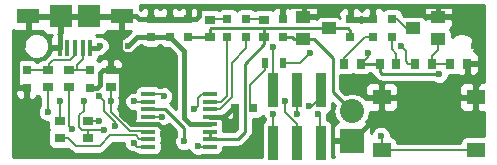
<source format=gtl>
G04 #@! TF.FileFunction,Copper,L1,Top,Signal*
%FSLAX46Y46*%
G04 Gerber Fmt 4.6, Leading zero omitted, Abs format (unit mm)*
G04 Created by KiCad (PCBNEW (2015-08-18 BZR 6103)-product) date Wednesday, 26 August 2015 13:48:05*
%MOMM*%
G01*
G04 APERTURE LIST*
%ADD10C,0.150000*%
%ADD11R,1.200000X0.400000*%
%ADD12R,0.750000X0.800000*%
%ADD13R,0.400000X1.350000*%
%ADD14R,1.900000X1.300000*%
%ADD15R,1.900000X1.900000*%
%ADD16R,1.550000X1.300000*%
%ADD17R,0.890000X3.000000*%
%ADD18R,2.032000X2.032000*%
%ADD19O,2.032000X2.032000*%
%ADD20R,0.800000X0.900000*%
%ADD21R,0.900000X0.800000*%
%ADD22R,0.797560X0.797560*%
%ADD23R,1.200000X1.016000*%
%ADD24R,0.500000X0.900000*%
%ADD25C,0.600000*%
%ADD26C,0.177800*%
%ADD27C,0.381000*%
%ADD28C,0.254000*%
%ADD29C,0.250000*%
G04 APERTURE END LIST*
D10*
D11*
X112000000Y-108077500D03*
X112000000Y-108712500D03*
X112000000Y-109347500D03*
X112000000Y-109982500D03*
X112000000Y-110617500D03*
X112000000Y-111252500D03*
X112000000Y-111887500D03*
X112000000Y-112522500D03*
X117200000Y-112522500D03*
X117200000Y-111887500D03*
X117200000Y-111252500D03*
X117200000Y-110617500D03*
X117200000Y-109982500D03*
X117200000Y-109347500D03*
X117200000Y-108712500D03*
X117200000Y-108077500D03*
D12*
X129100000Y-103250000D03*
X129100000Y-101750000D03*
X123400000Y-103250000D03*
X123400000Y-101750000D03*
X112200000Y-103250000D03*
X112200000Y-101750000D03*
X113800000Y-103250000D03*
X113800000Y-101750000D03*
X101700000Y-106030000D03*
X101700000Y-107530000D03*
X107034000Y-106030000D03*
X107034000Y-107530000D03*
X115400000Y-103250000D03*
X115400000Y-101750000D03*
D13*
X105150000Y-104175000D03*
X106450000Y-104175000D03*
X105800000Y-104175000D03*
X107100000Y-104175000D03*
X104500000Y-104175000D03*
D14*
X101850000Y-101500000D03*
D15*
X104600000Y-101500000D03*
X107000000Y-101500000D03*
D14*
X109750000Y-101500000D03*
D16*
X131761000Y-112840000D03*
X131761000Y-108340000D03*
X139711000Y-112840000D03*
X139711000Y-108340000D03*
D17*
X126600000Y-112250000D03*
X126600000Y-107750000D03*
X124600000Y-112250000D03*
X124600000Y-107750000D03*
X122600000Y-107750000D03*
X122600000Y-112250000D03*
D18*
X129250000Y-112050000D03*
D19*
X129250000Y-109510000D03*
D20*
X131585000Y-105500000D03*
X133015000Y-105500000D03*
X130015000Y-105500000D03*
X128585000Y-105500000D03*
D21*
X121800000Y-103215000D03*
X121800000Y-101785000D03*
X117200000Y-103215000D03*
X117200000Y-101785000D03*
D20*
X134585000Y-105500000D03*
X136015000Y-105500000D03*
X137585000Y-105500000D03*
X139015000Y-105500000D03*
D21*
X104494000Y-111813000D03*
X104494000Y-110383000D03*
X106907000Y-110383000D03*
X106907000Y-111813000D03*
X105256000Y-106065000D03*
X105256000Y-107495000D03*
X103478000Y-106065000D03*
X103478000Y-107495000D03*
X108812000Y-107495000D03*
X108812000Y-106065000D03*
D22*
X131000000Y-103249300D03*
X131000000Y-101750700D03*
X132600000Y-103249300D03*
X132600000Y-101750700D03*
X118700000Y-101750700D03*
X118700000Y-103249300D03*
X120300000Y-101750700D03*
X120300000Y-103249300D03*
D23*
X125140000Y-101550000D03*
X125140000Y-103450000D03*
X127260000Y-102500000D03*
X136560000Y-103450000D03*
X136560000Y-101550000D03*
X134440000Y-102500000D03*
D22*
X120878600Y-109220000D03*
X119380000Y-109220000D03*
D24*
X121920000Y-105410000D03*
X123420000Y-105410000D03*
D25*
X115900000Y-109375000D03*
X107800000Y-110400000D03*
X110800000Y-108700000D03*
X118575000Y-110400000D03*
X113225000Y-111500000D03*
X139600000Y-104000000D03*
X101400000Y-104000000D03*
X108812000Y-108685000D03*
X123600000Y-108625000D03*
X113300000Y-108250000D03*
X122550000Y-109750000D03*
X109175000Y-110775000D03*
X107850000Y-108250000D03*
X126350000Y-109750000D03*
X113182500Y-109982500D03*
X124600000Y-109775000D03*
X122528000Y-104113000D03*
X125600000Y-109050000D03*
X110300000Y-104000000D03*
X107900000Y-104000000D03*
X108250000Y-111125000D03*
X131700000Y-111600000D03*
X106526000Y-108685000D03*
X104500000Y-108700000D03*
X105575000Y-111075000D03*
X116250000Y-112500000D03*
X110750000Y-112200000D03*
X103475000Y-109600000D03*
X115025000Y-112075000D03*
X133400000Y-104000000D03*
X125730000Y-104566710D03*
X130613753Y-104566709D03*
X136600000Y-106400000D03*
D26*
X117200000Y-108712500D02*
X118187500Y-108712500D01*
X118700000Y-108200000D02*
X118700000Y-103249300D01*
X118187500Y-108712500D02*
X118700000Y-108200000D01*
X117384500Y-108812000D02*
X117321000Y-108748500D01*
X120300000Y-104212102D02*
X120300000Y-103249300D01*
X119055602Y-105456500D02*
X120300000Y-104212102D01*
X119055602Y-108347296D02*
X119055602Y-105456500D01*
X117200000Y-109347500D02*
X118055398Y-109347500D01*
X118055398Y-109347500D02*
X119055602Y-108347296D01*
X112000000Y-111887500D02*
X111256898Y-111887500D01*
X108794398Y-111580602D02*
X107875000Y-112500000D01*
X110950000Y-111580602D02*
X108794398Y-111580602D01*
X111256898Y-111887500D02*
X110950000Y-111580602D01*
X104494000Y-111813000D02*
X105163000Y-111813000D01*
X105850000Y-112500000D02*
X107875000Y-112500000D01*
X105163000Y-111813000D02*
X105850000Y-112500000D01*
X107800000Y-110400000D02*
X106924000Y-110400000D01*
X106924000Y-110400000D02*
X106907000Y-110383000D01*
X116522500Y-108077500D02*
X117200000Y-108077500D01*
X115900000Y-109375000D02*
X116200000Y-109075000D01*
X116200000Y-109075000D02*
X116200000Y-108400000D01*
X116200000Y-108400000D02*
X116522500Y-108077500D01*
X112000000Y-108712500D02*
X110812500Y-108712500D01*
X110812500Y-108712500D02*
X110800000Y-108700000D01*
X111923500Y-108685000D02*
X111987000Y-108748500D01*
D27*
X119151400Y-109220000D02*
X118388900Y-109982500D01*
X118388900Y-109982500D02*
X117200000Y-109982500D01*
X111760000Y-104140000D02*
X111149086Y-104140000D01*
X109631699Y-104320785D02*
X109631699Y-103168301D01*
X111149086Y-104140000D02*
X110620785Y-104668301D01*
X110620785Y-104668301D02*
X109979215Y-104668301D01*
X109979215Y-104668301D02*
X109631699Y-104320785D01*
X109631699Y-103168301D02*
X109750000Y-103050000D01*
X112000000Y-110617500D02*
X112817500Y-110617500D01*
X113225000Y-111025000D02*
X113225000Y-111500000D01*
X112817500Y-110617500D02*
X113225000Y-111025000D01*
X117200000Y-109982500D02*
X118157500Y-109982500D01*
X118157500Y-109982500D02*
X118575000Y-110400000D01*
X129250000Y-112050000D02*
X131700000Y-109600000D01*
X131700000Y-109600000D02*
X131700000Y-108401000D01*
X131700000Y-108401000D02*
X131761000Y-108340000D01*
X140200000Y-105400000D02*
X140200000Y-106900000D01*
X139711000Y-107389000D02*
X139711000Y-108340000D01*
X140200000Y-106900000D02*
X139711000Y-107389000D01*
X139600000Y-104000000D02*
X140200000Y-104600000D01*
X140100000Y-105500000D02*
X139015000Y-105500000D01*
X140200000Y-105400000D02*
X140100000Y-105500000D01*
X140200000Y-104600000D02*
X140200000Y-105400000D01*
X136499240Y-100600760D02*
X139599240Y-100600760D01*
X139600000Y-100600000D02*
X139599240Y-100600760D01*
X139600000Y-100600000D02*
X139600000Y-104000000D01*
X131000000Y-100600760D02*
X136499240Y-100600760D01*
X136560000Y-100661520D02*
X136560000Y-101550000D01*
X136499240Y-100600760D02*
X136560000Y-100661520D01*
X131000000Y-101750700D02*
X131000000Y-100600760D01*
X125200000Y-100600760D02*
X123400760Y-100600760D01*
X123400760Y-100600760D02*
X123400000Y-100600000D01*
X139711000Y-108340000D02*
X131761000Y-108340000D01*
X108812000Y-106065000D02*
X108165000Y-106065000D01*
X107670000Y-107530000D02*
X107034000Y-107530000D01*
X107900000Y-107300000D02*
X107670000Y-107530000D01*
X107900000Y-106330000D02*
X107900000Y-107300000D01*
X108165000Y-106065000D02*
X107900000Y-106330000D01*
X108812000Y-106065000D02*
X109565000Y-106065000D01*
X109700000Y-106200000D02*
X109700000Y-109815418D01*
X109565000Y-106065000D02*
X109700000Y-106200000D01*
X108812000Y-106065000D02*
X108812000Y-103988000D01*
X109750000Y-103050000D02*
X109750000Y-101500000D01*
X108812000Y-103988000D02*
X109750000Y-103050000D01*
X113800000Y-101750000D02*
X115400000Y-101750000D01*
X112200000Y-101750000D02*
X113800000Y-101750000D01*
X115400000Y-101750000D02*
X116050000Y-101750000D01*
X116300000Y-100850000D02*
X116550000Y-100600000D01*
X116300000Y-101500000D02*
X116300000Y-100850000D01*
X116050000Y-101750000D02*
X116300000Y-101500000D01*
X116550000Y-100600000D02*
X123400000Y-100600000D01*
X123400000Y-101750000D02*
X123400000Y-100600000D01*
X109750000Y-101500000D02*
X111000000Y-101500000D01*
X111000000Y-101500000D02*
X111250000Y-101750000D01*
X111250000Y-101750000D02*
X112200000Y-101750000D01*
X101400000Y-104000000D02*
X101200000Y-104000000D01*
X100930000Y-107530000D02*
X101700000Y-107530000D01*
X100900000Y-107500000D02*
X100930000Y-107530000D01*
X100900000Y-104300000D02*
X100900000Y-107500000D01*
X101200000Y-104000000D02*
X100900000Y-104300000D01*
X101850000Y-101500000D02*
X101850000Y-103050000D01*
X101850000Y-103050000D02*
X101400000Y-103500000D01*
X101400000Y-103500000D02*
X101400000Y-104000000D01*
X112000000Y-110617500D02*
X110502082Y-110617500D01*
X110502082Y-110617500D02*
X109700000Y-109815418D01*
X109750000Y-101500000D02*
X107000000Y-101500000D01*
X107000000Y-101500000D02*
X104600000Y-101500000D01*
X104600000Y-101500000D02*
X101850000Y-101500000D01*
X125199240Y-100600760D02*
X125200000Y-100600760D01*
X125200000Y-100600760D02*
X129000760Y-100600760D01*
X125199240Y-100600760D02*
X125199240Y-101550000D01*
X129100000Y-100700000D02*
X129100000Y-101750000D01*
X104500000Y-104175000D02*
X104500000Y-101600000D01*
X129000760Y-100600760D02*
X131000000Y-100600760D01*
X129000760Y-100600760D02*
X129100000Y-100700000D01*
D26*
X108812000Y-108685000D02*
X108812000Y-109574000D01*
X110463000Y-111225000D02*
X111923500Y-111225000D01*
X108812000Y-109574000D02*
X110463000Y-111225000D01*
X111923500Y-111225000D02*
X111987000Y-111288500D01*
X108812000Y-107542000D02*
X108812000Y-108685000D01*
X123600000Y-108625000D02*
X123600000Y-109625000D01*
X124600000Y-110625000D02*
X124600000Y-112250000D01*
X123600000Y-109625000D02*
X124600000Y-110625000D01*
X112000000Y-108077500D02*
X113127500Y-108077500D01*
X113127500Y-108077500D02*
X113300000Y-108250000D01*
X122600000Y-109800000D02*
X122600000Y-112250000D01*
X122550000Y-109750000D02*
X122600000Y-109800000D01*
X109175000Y-110439898D02*
X109175000Y-110775000D01*
X108225000Y-109489898D02*
X109175000Y-110439898D01*
X108225000Y-108625000D02*
X108225000Y-109489898D01*
X107850000Y-108250000D02*
X108225000Y-108625000D01*
X126350000Y-109750000D02*
X126550000Y-109950000D01*
X126550000Y-109950000D02*
X126550000Y-112200000D01*
X126550000Y-112200000D02*
X126600000Y-112250000D01*
X112000000Y-109982500D02*
X113182500Y-109982500D01*
X124600000Y-109775000D02*
X124600000Y-107750000D01*
X122576000Y-104161000D02*
X122576000Y-107324000D01*
X122528000Y-104113000D02*
X122576000Y-104161000D01*
X125625000Y-109051471D02*
X125845915Y-109051471D01*
X125600000Y-109050000D02*
X125625000Y-109051471D01*
X125845915Y-109051471D02*
X126600000Y-108297386D01*
X126600000Y-108297386D02*
X126600000Y-107750000D01*
X126600000Y-108500000D02*
X126600000Y-107750000D01*
X126600000Y-108825000D02*
X126600000Y-107750000D01*
X126576000Y-107726000D02*
X126600000Y-107750000D01*
D27*
X115035000Y-104445000D02*
X115035000Y-110115000D01*
X115537500Y-110617500D02*
X117200000Y-110617500D01*
X115035000Y-110115000D02*
X115537500Y-110617500D01*
X113800000Y-103250000D02*
X113840000Y-103250000D01*
X113840000Y-103250000D02*
X115035000Y-104445000D01*
X107100000Y-104175000D02*
X107725000Y-104175000D01*
X111050000Y-103250000D02*
X112200000Y-103250000D01*
X110300000Y-104000000D02*
X111050000Y-103250000D01*
X107725000Y-104175000D02*
X107900000Y-104000000D01*
X112160000Y-103224000D02*
X113754000Y-103224000D01*
D26*
X101700000Y-106018000D02*
X103478000Y-106018000D01*
X105800000Y-104175000D02*
X105800000Y-104784000D01*
X103605000Y-105510000D02*
X103605000Y-105891000D01*
X103914000Y-105201000D02*
X103605000Y-105510000D01*
X105383000Y-105201000D02*
X103914000Y-105201000D01*
X105800000Y-104784000D02*
X105383000Y-105201000D01*
X103605000Y-105891000D02*
X103478000Y-106018000D01*
X105256000Y-106065000D02*
X106999000Y-106065000D01*
X106999000Y-106065000D02*
X107034000Y-106030000D01*
X106450000Y-104175000D02*
X106450000Y-105150000D01*
X105935000Y-106065000D02*
X105256000Y-106065000D01*
X106000000Y-106000000D02*
X105935000Y-106065000D01*
X106000000Y-105600000D02*
X106000000Y-106000000D01*
X106450000Y-105150000D02*
X106000000Y-105600000D01*
X132600000Y-101750700D02*
X133050700Y-101750700D01*
X133800000Y-102500000D02*
X134440000Y-102500000D01*
X133050700Y-101750700D02*
X133800000Y-102500000D01*
X133015000Y-105500000D02*
X133015000Y-104715000D01*
X132600000Y-104300000D02*
X132600000Y-103249300D01*
X133015000Y-104715000D02*
X132600000Y-104300000D01*
X106800000Y-111125000D02*
X108250000Y-111125000D01*
X106175000Y-110900000D02*
X106400000Y-111125000D01*
X106907000Y-111232000D02*
X106907000Y-111813000D01*
X106800000Y-111125000D02*
X106907000Y-111232000D01*
X106400000Y-111125000D02*
X106800000Y-111125000D01*
X106907000Y-111813000D02*
X106907000Y-111632000D01*
X106526000Y-109474000D02*
X106526000Y-108685000D01*
X106175000Y-109825000D02*
X106526000Y-109474000D01*
X106175000Y-110900000D02*
X106175000Y-109825000D01*
X131761000Y-111661000D02*
X131761000Y-112840000D01*
X131700000Y-111600000D02*
X131761000Y-111661000D01*
X106907000Y-111860000D02*
X106653000Y-111860000D01*
X131761000Y-112840000D02*
X139711000Y-112840000D01*
X104500000Y-108700000D02*
X104494000Y-110336000D01*
X136015000Y-105500000D02*
X136015000Y-104885000D01*
X136560000Y-104340000D02*
X136560000Y-103450000D01*
X136015000Y-104885000D02*
X136560000Y-104340000D01*
X137585000Y-105500000D02*
X136015000Y-105500000D01*
X105256000Y-110756000D02*
X105256000Y-107495000D01*
X105575000Y-111075000D02*
X105256000Y-110756000D01*
X117200000Y-112522500D02*
X116272500Y-112522500D01*
X116272500Y-112522500D02*
X116250000Y-112500000D01*
X112000000Y-112522500D02*
X111072500Y-112522500D01*
X111072500Y-112522500D02*
X110750000Y-112200000D01*
X103478000Y-109597000D02*
X103478000Y-107495000D01*
X103475000Y-109600000D02*
X103478000Y-109597000D01*
X128585000Y-105500000D02*
X128585000Y-105015000D01*
X130350700Y-103249300D02*
X131000000Y-103249300D01*
X128585000Y-105015000D02*
X130350700Y-103249300D01*
X120300000Y-101750700D02*
X121799300Y-101750700D01*
X121799300Y-101750700D02*
X121800000Y-101750000D01*
X118700000Y-101750700D02*
X117200700Y-101750700D01*
X117200700Y-101750700D02*
X117200000Y-101750000D01*
D28*
X117200000Y-111887500D02*
X119557302Y-111887500D01*
X119557302Y-111887500D02*
X120175019Y-111269783D01*
X120175019Y-111269783D02*
X120175019Y-105493981D01*
X120175019Y-105493981D02*
X121800000Y-103869000D01*
X121800000Y-103869000D02*
X121800000Y-103215000D01*
X129100000Y-103250000D02*
X129100000Y-102700000D01*
X128900000Y-102500000D02*
X127198220Y-102500000D01*
X129100000Y-102700000D02*
X128900000Y-102500000D01*
X121800000Y-102500000D02*
X117300000Y-102500000D01*
X117200000Y-102600000D02*
X117200000Y-103215000D01*
X117300000Y-102500000D02*
X117200000Y-102600000D01*
X117200000Y-111887500D02*
X117200000Y-111252500D01*
X121800000Y-102500000D02*
X121800000Y-103250000D01*
X117200000Y-103250000D02*
X115400000Y-103250000D01*
X127198220Y-102500000D02*
X121800000Y-102500000D01*
D26*
X117384500Y-111352000D02*
X117321000Y-111288500D01*
D28*
X115025000Y-110950000D02*
X115025000Y-112075000D01*
X113422500Y-109347500D02*
X115025000Y-110950000D01*
X112000000Y-109347500D02*
X113422500Y-109347500D01*
X129250000Y-109510000D02*
X129210000Y-109510000D01*
X129210000Y-109510000D02*
X127608000Y-107908000D01*
X127608000Y-105002000D02*
X127608000Y-107908000D01*
X125199240Y-103450000D02*
X126056000Y-103450000D01*
X126056000Y-103450000D02*
X127608000Y-105002000D01*
X123400000Y-103250000D02*
X124150000Y-103250000D01*
X124350000Y-103450000D02*
X125199240Y-103450000D01*
X124150000Y-103250000D02*
X124350000Y-103450000D01*
D26*
X134000000Y-105500000D02*
X134585000Y-105500000D01*
X133800000Y-105300000D02*
X134000000Y-105500000D01*
X133800000Y-104400000D02*
X133800000Y-105300000D01*
X133400000Y-104000000D02*
X133800000Y-104400000D01*
X121920000Y-105410000D02*
X121920000Y-106037800D01*
X120650000Y-107307800D02*
X120650000Y-108643420D01*
X120650000Y-108643420D02*
X120650000Y-109220000D01*
X121920000Y-106037800D02*
X120650000Y-107307800D01*
X124460000Y-105410000D02*
X123420000Y-105410000D01*
X124460000Y-105410000D02*
X124886710Y-105410000D01*
X124886710Y-105410000D02*
X125730000Y-104566710D01*
X130613753Y-104566709D02*
X130613753Y-104901247D01*
X130613753Y-104901247D02*
X130015000Y-105500000D01*
D28*
X131585000Y-105500000D02*
X131585000Y-106185000D01*
X131800000Y-106400000D02*
X136600000Y-106400000D01*
X131585000Y-106185000D02*
X131800000Y-106400000D01*
X130015000Y-105500000D02*
X131585000Y-105500000D01*
D29*
G36*
X127779870Y-109001938D02*
X127678810Y-109510000D01*
X127796112Y-110099715D01*
X128025944Y-110443684D01*
X127879966Y-110504150D01*
X127704151Y-110679966D01*
X127609000Y-110909680D01*
X127609000Y-111768750D01*
X127765250Y-111925000D01*
X129125000Y-111925000D01*
X129125000Y-111905000D01*
X129375000Y-111905000D01*
X129375000Y-111925000D01*
X129395000Y-111925000D01*
X129395000Y-112175000D01*
X129375000Y-112175000D01*
X129375000Y-112195000D01*
X129125000Y-112195000D01*
X129125000Y-112175000D01*
X127765250Y-112175000D01*
X127609000Y-112331250D01*
X127609000Y-113190320D01*
X127704151Y-113420034D01*
X127709117Y-113425000D01*
X127580285Y-113425000D01*
X127580285Y-110750000D01*
X127543677Y-110555447D01*
X127428696Y-110376761D01*
X127253256Y-110256888D01*
X127163900Y-110238793D01*
X127163900Y-109950000D01*
X127162718Y-109944057D01*
X127174857Y-109914823D01*
X127174991Y-109760825D01*
X127239553Y-109748677D01*
X127418239Y-109633696D01*
X127538112Y-109458256D01*
X127580285Y-109250000D01*
X127580285Y-108802353D01*
X127779870Y-109001938D01*
X127779870Y-109001938D01*
G37*
X127779870Y-109001938D02*
X127678810Y-109510000D01*
X127796112Y-110099715D01*
X128025944Y-110443684D01*
X127879966Y-110504150D01*
X127704151Y-110679966D01*
X127609000Y-110909680D01*
X127609000Y-111768750D01*
X127765250Y-111925000D01*
X129125000Y-111925000D01*
X129125000Y-111905000D01*
X129375000Y-111905000D01*
X129375000Y-111925000D01*
X129395000Y-111925000D01*
X129395000Y-112175000D01*
X129375000Y-112175000D01*
X129375000Y-112195000D01*
X129125000Y-112195000D01*
X129125000Y-112175000D01*
X127765250Y-112175000D01*
X127609000Y-112331250D01*
X127609000Y-113190320D01*
X127704151Y-113420034D01*
X127709117Y-113425000D01*
X127580285Y-113425000D01*
X127580285Y-110750000D01*
X127543677Y-110555447D01*
X127428696Y-110376761D01*
X127253256Y-110256888D01*
X127163900Y-110238793D01*
X127163900Y-109950000D01*
X127162718Y-109944057D01*
X127174857Y-109914823D01*
X127174991Y-109760825D01*
X127239553Y-109748677D01*
X127418239Y-109633696D01*
X127538112Y-109458256D01*
X127580285Y-109250000D01*
X127580285Y-108802353D01*
X127779870Y-109001938D01*
G36*
X101975000Y-101375000D02*
X104475000Y-101375000D01*
X104475000Y-101355000D01*
X104725000Y-101355000D01*
X104725000Y-101375000D01*
X106875000Y-101375000D01*
X106875000Y-101355000D01*
X107125000Y-101355000D01*
X107125000Y-101375000D01*
X109625000Y-101375000D01*
X109625000Y-101355000D01*
X109875000Y-101355000D01*
X109875000Y-101375000D01*
X109895000Y-101375000D01*
X109895000Y-101625000D01*
X109875000Y-101625000D01*
X109875000Y-102618750D01*
X110031250Y-102775000D01*
X110513130Y-102775000D01*
X110096836Y-103191294D01*
X109833285Y-103300191D01*
X109601007Y-103532065D01*
X109475143Y-103835177D01*
X109474857Y-104163383D01*
X109600191Y-104466715D01*
X109832065Y-104698993D01*
X110135177Y-104824857D01*
X110463383Y-104825143D01*
X110766715Y-104699809D01*
X110998993Y-104467935D01*
X111109100Y-104202770D01*
X111346370Y-103965500D01*
X111404150Y-103965500D01*
X111441304Y-104023239D01*
X111616744Y-104143112D01*
X111825000Y-104185285D01*
X112575000Y-104185285D01*
X112769553Y-104148677D01*
X112948239Y-104033696D01*
X112999632Y-103958479D01*
X113041304Y-104023239D01*
X113216744Y-104143112D01*
X113425000Y-104185285D01*
X113763415Y-104185285D01*
X114319500Y-104741370D01*
X114319500Y-109322432D01*
X113883534Y-108886466D01*
X113851566Y-108865106D01*
X113998993Y-108717935D01*
X114124857Y-108414823D01*
X114125143Y-108086617D01*
X113999809Y-107783285D01*
X113767935Y-107551007D01*
X113464823Y-107425143D01*
X113136617Y-107424857D01*
X113042852Y-107463600D01*
X112924187Y-107463600D01*
X112808256Y-107384388D01*
X112600000Y-107342215D01*
X111400000Y-107342215D01*
X111205447Y-107378823D01*
X111026761Y-107493804D01*
X110906888Y-107669244D01*
X110865210Y-107875056D01*
X110636617Y-107874857D01*
X110333285Y-108000191D01*
X110101007Y-108232065D01*
X109975143Y-108535177D01*
X109974857Y-108863383D01*
X110100191Y-109166715D01*
X110332065Y-109398993D01*
X110635177Y-109524857D01*
X110864715Y-109525057D01*
X110864715Y-109547500D01*
X110887636Y-109669313D01*
X110864715Y-109782500D01*
X110864715Y-110076590D01*
X110775000Y-110293180D01*
X110775000Y-110361250D01*
X110906248Y-110492498D01*
X110775000Y-110492498D01*
X110775000Y-110611100D01*
X110717286Y-110611100D01*
X109425900Y-109319714D01*
X109425900Y-109237880D01*
X109510993Y-109152935D01*
X109636857Y-108849823D01*
X109637143Y-108521617D01*
X109557452Y-108328750D01*
X109635239Y-108278696D01*
X109755112Y-108103256D01*
X109797285Y-107895000D01*
X109797285Y-107095000D01*
X109760677Y-106900447D01*
X109741006Y-106869878D01*
X109791850Y-106819034D01*
X109887000Y-106589320D01*
X109887000Y-106346250D01*
X109730750Y-106190000D01*
X108937000Y-106190000D01*
X108937000Y-106210000D01*
X108687000Y-106210000D01*
X108687000Y-106190000D01*
X108667000Y-106190000D01*
X108667000Y-105940000D01*
X108687000Y-105940000D01*
X108687000Y-105196250D01*
X108937000Y-105196250D01*
X108937000Y-105940000D01*
X109730750Y-105940000D01*
X109887000Y-105783750D01*
X109887000Y-105540680D01*
X109791850Y-105310966D01*
X109616034Y-105135151D01*
X109386320Y-105040000D01*
X109093250Y-105040000D01*
X108937000Y-105196250D01*
X108687000Y-105196250D01*
X108530750Y-105040000D01*
X108237680Y-105040000D01*
X108007966Y-105135151D01*
X107832150Y-105310966D01*
X107830359Y-105315291D01*
X107792696Y-105256761D01*
X107700515Y-105193776D01*
X107793112Y-105058256D01*
X107831368Y-104869342D01*
X107998810Y-104836036D01*
X108015175Y-104825101D01*
X108063383Y-104825143D01*
X108366715Y-104699809D01*
X108598993Y-104467935D01*
X108724857Y-104164823D01*
X108725143Y-103836617D01*
X108599809Y-103533285D01*
X108367935Y-103301007D01*
X108064823Y-103175143D01*
X107736617Y-103174857D01*
X107719260Y-103182029D01*
X107683696Y-103126761D01*
X107607941Y-103075000D01*
X108074320Y-103075000D01*
X108304034Y-102979850D01*
X108479849Y-102804034D01*
X108518793Y-102710016D01*
X108675680Y-102775000D01*
X109468750Y-102775000D01*
X109625000Y-102618750D01*
X109625000Y-101625000D01*
X107125000Y-101625000D01*
X107125000Y-101645000D01*
X106875000Y-101645000D01*
X106875000Y-101625000D01*
X104725000Y-101625000D01*
X104725000Y-102906250D01*
X104600000Y-103031250D01*
X104600000Y-103101350D01*
X104576761Y-103116304D01*
X104456888Y-103291744D01*
X104414715Y-103500000D01*
X104414715Y-104320000D01*
X104400000Y-104320000D01*
X104400000Y-104300000D01*
X103831250Y-104300000D01*
X103675000Y-104456250D01*
X103675000Y-104636549D01*
X103479907Y-104766907D01*
X103170907Y-105075907D01*
X103134953Y-105129715D01*
X103028000Y-105129715D01*
X102833447Y-105166323D01*
X102654761Y-105281304D01*
X102570858Y-105404100D01*
X102553506Y-105404100D01*
X102458696Y-105256761D01*
X102283256Y-105136888D01*
X102075000Y-105094715D01*
X101325000Y-105094715D01*
X101130447Y-105131323D01*
X100951761Y-105246304D01*
X100831888Y-105421744D01*
X100789715Y-105630000D01*
X100789715Y-106430000D01*
X100826323Y-106624553D01*
X100873401Y-106697715D01*
X100795150Y-106775966D01*
X100700000Y-107005680D01*
X100700000Y-107248750D01*
X100856250Y-107405000D01*
X101575000Y-107405000D01*
X101575000Y-107385000D01*
X101825000Y-107385000D01*
X101825000Y-107405000D01*
X101845000Y-107405000D01*
X101845000Y-107655000D01*
X101825000Y-107655000D01*
X101825000Y-108398750D01*
X101981250Y-108555000D01*
X102199320Y-108555000D01*
X102429034Y-108459849D01*
X102604850Y-108284034D01*
X102624281Y-108237123D01*
X102644304Y-108268239D01*
X102819744Y-108388112D01*
X102864100Y-108397094D01*
X102864100Y-109044125D01*
X102776007Y-109132065D01*
X102650143Y-109435177D01*
X102649857Y-109763383D01*
X102775191Y-110066715D01*
X103007065Y-110298993D01*
X103310177Y-110424857D01*
X103508715Y-110425030D01*
X103508715Y-110783000D01*
X103545323Y-110977553D01*
X103623311Y-111098750D01*
X103550888Y-111204744D01*
X103508715Y-111413000D01*
X103508715Y-112213000D01*
X103545323Y-112407553D01*
X103660304Y-112586239D01*
X103835744Y-112706112D01*
X104044000Y-112748285D01*
X104944000Y-112748285D01*
X105138553Y-112711677D01*
X105171981Y-112690167D01*
X105415907Y-112934093D01*
X105615070Y-113067170D01*
X105850000Y-113113900D01*
X107875000Y-113113900D01*
X108109930Y-113067170D01*
X108309093Y-112934093D01*
X109048684Y-112194502D01*
X109925004Y-112194502D01*
X109924857Y-112363383D01*
X110050191Y-112666715D01*
X110282065Y-112898993D01*
X110585177Y-113024857D01*
X110740774Y-113024993D01*
X110837570Y-113089670D01*
X111072500Y-113136400D01*
X111075813Y-113136400D01*
X111191744Y-113215612D01*
X111400000Y-113257785D01*
X112600000Y-113257785D01*
X112794553Y-113221177D01*
X112973239Y-113106196D01*
X113093112Y-112930756D01*
X113135285Y-112722500D01*
X113135285Y-112322500D01*
X113112364Y-112200687D01*
X113135285Y-112087500D01*
X113135285Y-111687500D01*
X113112364Y-111565687D01*
X113135285Y-111452500D01*
X113135285Y-111158410D01*
X113225000Y-110941820D01*
X113225000Y-110873750D01*
X113158730Y-110807480D01*
X113345883Y-110807643D01*
X113649215Y-110682309D01*
X113742309Y-110589377D01*
X114373000Y-111220067D01*
X114373000Y-111560154D01*
X114326007Y-111607065D01*
X114200143Y-111910177D01*
X114199857Y-112238383D01*
X114325191Y-112541715D01*
X114557065Y-112773993D01*
X114860177Y-112899857D01*
X115188383Y-112900143D01*
X115473933Y-112782156D01*
X115550191Y-112966715D01*
X115782065Y-113198993D01*
X116085177Y-113324857D01*
X116413383Y-113325143D01*
X116584164Y-113254578D01*
X116600000Y-113257785D01*
X117800000Y-113257785D01*
X117994553Y-113221177D01*
X118173239Y-113106196D01*
X118293112Y-112930756D01*
X118335285Y-112722500D01*
X118335285Y-112539500D01*
X119557297Y-112539500D01*
X119557302Y-112539501D01*
X119765415Y-112498104D01*
X119806812Y-112489869D01*
X120018336Y-112348534D01*
X120636050Y-111730819D01*
X120636053Y-111730817D01*
X120750795Y-111559093D01*
X120777389Y-111519292D01*
X120827020Y-111269783D01*
X120827019Y-111269778D01*
X120827019Y-110154065D01*
X121277380Y-110154065D01*
X121471933Y-110117457D01*
X121650619Y-110002476D01*
X121724874Y-109893800D01*
X121724857Y-109913383D01*
X121850191Y-110216715D01*
X121914350Y-110280986D01*
X121781761Y-110366304D01*
X121661888Y-110541744D01*
X121619715Y-110750000D01*
X121619715Y-113425000D01*
X100575000Y-113425000D01*
X100575000Y-107811250D01*
X100700000Y-107811250D01*
X100700000Y-108054320D01*
X100795150Y-108284034D01*
X100970966Y-108459849D01*
X101200680Y-108555000D01*
X101418750Y-108555000D01*
X101575000Y-108398750D01*
X101575000Y-107655000D01*
X100856250Y-107655000D01*
X100700000Y-107811250D01*
X100575000Y-107811250D01*
X100575000Y-104222795D01*
X101374805Y-104222795D01*
X101545715Y-104636429D01*
X101861907Y-104953172D01*
X102275242Y-105124804D01*
X102722795Y-105125195D01*
X103136429Y-104954285D01*
X103453172Y-104638093D01*
X103624804Y-104224758D01*
X103625195Y-103777205D01*
X103454285Y-103363571D01*
X103138093Y-103046828D01*
X102724758Y-102875196D01*
X102277205Y-102874805D01*
X101863571Y-103045715D01*
X101546828Y-103361907D01*
X101375196Y-103775242D01*
X101374805Y-104222795D01*
X100575000Y-104222795D01*
X100575000Y-102691876D01*
X100775680Y-102775000D01*
X101568750Y-102775000D01*
X101725000Y-102618750D01*
X101725000Y-101625000D01*
X101975000Y-101625000D01*
X101975000Y-102618750D01*
X102131250Y-102775000D01*
X102924320Y-102775000D01*
X103081207Y-102710016D01*
X103120151Y-102804034D01*
X103295966Y-102979850D01*
X103525680Y-103075000D01*
X103841117Y-103075000D01*
X103770151Y-103145966D01*
X103675000Y-103375680D01*
X103675000Y-103893750D01*
X103831250Y-104050000D01*
X104400000Y-104050000D01*
X104400000Y-103031250D01*
X104381250Y-103012500D01*
X104475000Y-102918750D01*
X104475000Y-101625000D01*
X101975000Y-101625000D01*
X101725000Y-101625000D01*
X101705000Y-101625000D01*
X101705000Y-101375000D01*
X101725000Y-101375000D01*
X101725000Y-101355000D01*
X101975000Y-101355000D01*
X101975000Y-101375000D01*
X101975000Y-101375000D01*
G37*
X101975000Y-101375000D02*
X104475000Y-101375000D01*
X104475000Y-101355000D01*
X104725000Y-101355000D01*
X104725000Y-101375000D01*
X106875000Y-101375000D01*
X106875000Y-101355000D01*
X107125000Y-101355000D01*
X107125000Y-101375000D01*
X109625000Y-101375000D01*
X109625000Y-101355000D01*
X109875000Y-101355000D01*
X109875000Y-101375000D01*
X109895000Y-101375000D01*
X109895000Y-101625000D01*
X109875000Y-101625000D01*
X109875000Y-102618750D01*
X110031250Y-102775000D01*
X110513130Y-102775000D01*
X110096836Y-103191294D01*
X109833285Y-103300191D01*
X109601007Y-103532065D01*
X109475143Y-103835177D01*
X109474857Y-104163383D01*
X109600191Y-104466715D01*
X109832065Y-104698993D01*
X110135177Y-104824857D01*
X110463383Y-104825143D01*
X110766715Y-104699809D01*
X110998993Y-104467935D01*
X111109100Y-104202770D01*
X111346370Y-103965500D01*
X111404150Y-103965500D01*
X111441304Y-104023239D01*
X111616744Y-104143112D01*
X111825000Y-104185285D01*
X112575000Y-104185285D01*
X112769553Y-104148677D01*
X112948239Y-104033696D01*
X112999632Y-103958479D01*
X113041304Y-104023239D01*
X113216744Y-104143112D01*
X113425000Y-104185285D01*
X113763415Y-104185285D01*
X114319500Y-104741370D01*
X114319500Y-109322432D01*
X113883534Y-108886466D01*
X113851566Y-108865106D01*
X113998993Y-108717935D01*
X114124857Y-108414823D01*
X114125143Y-108086617D01*
X113999809Y-107783285D01*
X113767935Y-107551007D01*
X113464823Y-107425143D01*
X113136617Y-107424857D01*
X113042852Y-107463600D01*
X112924187Y-107463600D01*
X112808256Y-107384388D01*
X112600000Y-107342215D01*
X111400000Y-107342215D01*
X111205447Y-107378823D01*
X111026761Y-107493804D01*
X110906888Y-107669244D01*
X110865210Y-107875056D01*
X110636617Y-107874857D01*
X110333285Y-108000191D01*
X110101007Y-108232065D01*
X109975143Y-108535177D01*
X109974857Y-108863383D01*
X110100191Y-109166715D01*
X110332065Y-109398993D01*
X110635177Y-109524857D01*
X110864715Y-109525057D01*
X110864715Y-109547500D01*
X110887636Y-109669313D01*
X110864715Y-109782500D01*
X110864715Y-110076590D01*
X110775000Y-110293180D01*
X110775000Y-110361250D01*
X110906248Y-110492498D01*
X110775000Y-110492498D01*
X110775000Y-110611100D01*
X110717286Y-110611100D01*
X109425900Y-109319714D01*
X109425900Y-109237880D01*
X109510993Y-109152935D01*
X109636857Y-108849823D01*
X109637143Y-108521617D01*
X109557452Y-108328750D01*
X109635239Y-108278696D01*
X109755112Y-108103256D01*
X109797285Y-107895000D01*
X109797285Y-107095000D01*
X109760677Y-106900447D01*
X109741006Y-106869878D01*
X109791850Y-106819034D01*
X109887000Y-106589320D01*
X109887000Y-106346250D01*
X109730750Y-106190000D01*
X108937000Y-106190000D01*
X108937000Y-106210000D01*
X108687000Y-106210000D01*
X108687000Y-106190000D01*
X108667000Y-106190000D01*
X108667000Y-105940000D01*
X108687000Y-105940000D01*
X108687000Y-105196250D01*
X108937000Y-105196250D01*
X108937000Y-105940000D01*
X109730750Y-105940000D01*
X109887000Y-105783750D01*
X109887000Y-105540680D01*
X109791850Y-105310966D01*
X109616034Y-105135151D01*
X109386320Y-105040000D01*
X109093250Y-105040000D01*
X108937000Y-105196250D01*
X108687000Y-105196250D01*
X108530750Y-105040000D01*
X108237680Y-105040000D01*
X108007966Y-105135151D01*
X107832150Y-105310966D01*
X107830359Y-105315291D01*
X107792696Y-105256761D01*
X107700515Y-105193776D01*
X107793112Y-105058256D01*
X107831368Y-104869342D01*
X107998810Y-104836036D01*
X108015175Y-104825101D01*
X108063383Y-104825143D01*
X108366715Y-104699809D01*
X108598993Y-104467935D01*
X108724857Y-104164823D01*
X108725143Y-103836617D01*
X108599809Y-103533285D01*
X108367935Y-103301007D01*
X108064823Y-103175143D01*
X107736617Y-103174857D01*
X107719260Y-103182029D01*
X107683696Y-103126761D01*
X107607941Y-103075000D01*
X108074320Y-103075000D01*
X108304034Y-102979850D01*
X108479849Y-102804034D01*
X108518793Y-102710016D01*
X108675680Y-102775000D01*
X109468750Y-102775000D01*
X109625000Y-102618750D01*
X109625000Y-101625000D01*
X107125000Y-101625000D01*
X107125000Y-101645000D01*
X106875000Y-101645000D01*
X106875000Y-101625000D01*
X104725000Y-101625000D01*
X104725000Y-102906250D01*
X104600000Y-103031250D01*
X104600000Y-103101350D01*
X104576761Y-103116304D01*
X104456888Y-103291744D01*
X104414715Y-103500000D01*
X104414715Y-104320000D01*
X104400000Y-104320000D01*
X104400000Y-104300000D01*
X103831250Y-104300000D01*
X103675000Y-104456250D01*
X103675000Y-104636549D01*
X103479907Y-104766907D01*
X103170907Y-105075907D01*
X103134953Y-105129715D01*
X103028000Y-105129715D01*
X102833447Y-105166323D01*
X102654761Y-105281304D01*
X102570858Y-105404100D01*
X102553506Y-105404100D01*
X102458696Y-105256761D01*
X102283256Y-105136888D01*
X102075000Y-105094715D01*
X101325000Y-105094715D01*
X101130447Y-105131323D01*
X100951761Y-105246304D01*
X100831888Y-105421744D01*
X100789715Y-105630000D01*
X100789715Y-106430000D01*
X100826323Y-106624553D01*
X100873401Y-106697715D01*
X100795150Y-106775966D01*
X100700000Y-107005680D01*
X100700000Y-107248750D01*
X100856250Y-107405000D01*
X101575000Y-107405000D01*
X101575000Y-107385000D01*
X101825000Y-107385000D01*
X101825000Y-107405000D01*
X101845000Y-107405000D01*
X101845000Y-107655000D01*
X101825000Y-107655000D01*
X101825000Y-108398750D01*
X101981250Y-108555000D01*
X102199320Y-108555000D01*
X102429034Y-108459849D01*
X102604850Y-108284034D01*
X102624281Y-108237123D01*
X102644304Y-108268239D01*
X102819744Y-108388112D01*
X102864100Y-108397094D01*
X102864100Y-109044125D01*
X102776007Y-109132065D01*
X102650143Y-109435177D01*
X102649857Y-109763383D01*
X102775191Y-110066715D01*
X103007065Y-110298993D01*
X103310177Y-110424857D01*
X103508715Y-110425030D01*
X103508715Y-110783000D01*
X103545323Y-110977553D01*
X103623311Y-111098750D01*
X103550888Y-111204744D01*
X103508715Y-111413000D01*
X103508715Y-112213000D01*
X103545323Y-112407553D01*
X103660304Y-112586239D01*
X103835744Y-112706112D01*
X104044000Y-112748285D01*
X104944000Y-112748285D01*
X105138553Y-112711677D01*
X105171981Y-112690167D01*
X105415907Y-112934093D01*
X105615070Y-113067170D01*
X105850000Y-113113900D01*
X107875000Y-113113900D01*
X108109930Y-113067170D01*
X108309093Y-112934093D01*
X109048684Y-112194502D01*
X109925004Y-112194502D01*
X109924857Y-112363383D01*
X110050191Y-112666715D01*
X110282065Y-112898993D01*
X110585177Y-113024857D01*
X110740774Y-113024993D01*
X110837570Y-113089670D01*
X111072500Y-113136400D01*
X111075813Y-113136400D01*
X111191744Y-113215612D01*
X111400000Y-113257785D01*
X112600000Y-113257785D01*
X112794553Y-113221177D01*
X112973239Y-113106196D01*
X113093112Y-112930756D01*
X113135285Y-112722500D01*
X113135285Y-112322500D01*
X113112364Y-112200687D01*
X113135285Y-112087500D01*
X113135285Y-111687500D01*
X113112364Y-111565687D01*
X113135285Y-111452500D01*
X113135285Y-111158410D01*
X113225000Y-110941820D01*
X113225000Y-110873750D01*
X113158730Y-110807480D01*
X113345883Y-110807643D01*
X113649215Y-110682309D01*
X113742309Y-110589377D01*
X114373000Y-111220067D01*
X114373000Y-111560154D01*
X114326007Y-111607065D01*
X114200143Y-111910177D01*
X114199857Y-112238383D01*
X114325191Y-112541715D01*
X114557065Y-112773993D01*
X114860177Y-112899857D01*
X115188383Y-112900143D01*
X115473933Y-112782156D01*
X115550191Y-112966715D01*
X115782065Y-113198993D01*
X116085177Y-113324857D01*
X116413383Y-113325143D01*
X116584164Y-113254578D01*
X116600000Y-113257785D01*
X117800000Y-113257785D01*
X117994553Y-113221177D01*
X118173239Y-113106196D01*
X118293112Y-112930756D01*
X118335285Y-112722500D01*
X118335285Y-112539500D01*
X119557297Y-112539500D01*
X119557302Y-112539501D01*
X119765415Y-112498104D01*
X119806812Y-112489869D01*
X120018336Y-112348534D01*
X120636050Y-111730819D01*
X120636053Y-111730817D01*
X120750795Y-111559093D01*
X120777389Y-111519292D01*
X120827020Y-111269783D01*
X120827019Y-111269778D01*
X120827019Y-110154065D01*
X121277380Y-110154065D01*
X121471933Y-110117457D01*
X121650619Y-110002476D01*
X121724874Y-109893800D01*
X121724857Y-109913383D01*
X121850191Y-110216715D01*
X121914350Y-110280986D01*
X121781761Y-110366304D01*
X121661888Y-110541744D01*
X121619715Y-110750000D01*
X121619715Y-113425000D01*
X100575000Y-113425000D01*
X100575000Y-107811250D01*
X100700000Y-107811250D01*
X100700000Y-108054320D01*
X100795150Y-108284034D01*
X100970966Y-108459849D01*
X101200680Y-108555000D01*
X101418750Y-108555000D01*
X101575000Y-108398750D01*
X101575000Y-107655000D01*
X100856250Y-107655000D01*
X100700000Y-107811250D01*
X100575000Y-107811250D01*
X100575000Y-104222795D01*
X101374805Y-104222795D01*
X101545715Y-104636429D01*
X101861907Y-104953172D01*
X102275242Y-105124804D01*
X102722795Y-105125195D01*
X103136429Y-104954285D01*
X103453172Y-104638093D01*
X103624804Y-104224758D01*
X103625195Y-103777205D01*
X103454285Y-103363571D01*
X103138093Y-103046828D01*
X102724758Y-102875196D01*
X102277205Y-102874805D01*
X101863571Y-103045715D01*
X101546828Y-103361907D01*
X101375196Y-103775242D01*
X101374805Y-104222795D01*
X100575000Y-104222795D01*
X100575000Y-102691876D01*
X100775680Y-102775000D01*
X101568750Y-102775000D01*
X101725000Y-102618750D01*
X101725000Y-101625000D01*
X101975000Y-101625000D01*
X101975000Y-102618750D01*
X102131250Y-102775000D01*
X102924320Y-102775000D01*
X103081207Y-102710016D01*
X103120151Y-102804034D01*
X103295966Y-102979850D01*
X103525680Y-103075000D01*
X103841117Y-103075000D01*
X103770151Y-103145966D01*
X103675000Y-103375680D01*
X103675000Y-103893750D01*
X103831250Y-104050000D01*
X104400000Y-104050000D01*
X104400000Y-103031250D01*
X104381250Y-103012500D01*
X104475000Y-102918750D01*
X104475000Y-101625000D01*
X101975000Y-101625000D01*
X101725000Y-101625000D01*
X101705000Y-101625000D01*
X101705000Y-101375000D01*
X101725000Y-101375000D01*
X101725000Y-101355000D01*
X101975000Y-101355000D01*
X101975000Y-101375000D01*
G36*
X135430150Y-100687966D02*
X135335000Y-100917680D01*
X135335000Y-101268750D01*
X135491250Y-101425000D01*
X136435000Y-101425000D01*
X136435000Y-101405000D01*
X136685000Y-101405000D01*
X136685000Y-101425000D01*
X137628750Y-101425000D01*
X137785000Y-101268750D01*
X137785000Y-100917680D01*
X137689850Y-100687966D01*
X137576883Y-100575000D01*
X140425000Y-100575000D01*
X140425000Y-107065000D01*
X139992250Y-107065000D01*
X139836000Y-107221250D01*
X139836000Y-108215000D01*
X139856000Y-108215000D01*
X139856000Y-108465000D01*
X139836000Y-108465000D01*
X139836000Y-109458750D01*
X139992250Y-109615000D01*
X140425000Y-109615000D01*
X140425000Y-111654715D01*
X138936000Y-111654715D01*
X138741447Y-111691323D01*
X138562761Y-111806304D01*
X138442888Y-111981744D01*
X138400715Y-112190000D01*
X138400715Y-112226100D01*
X133071285Y-112226100D01*
X133071285Y-112190000D01*
X133034677Y-111995447D01*
X132919696Y-111816761D01*
X132744256Y-111696888D01*
X132536000Y-111654715D01*
X132524953Y-111654715D01*
X132525143Y-111436617D01*
X132399809Y-111133285D01*
X132167935Y-110901007D01*
X131864823Y-110775143D01*
X131536617Y-110774857D01*
X131233285Y-110900191D01*
X131001007Y-111132065D01*
X130891000Y-111396989D01*
X130891000Y-110909680D01*
X130795849Y-110679966D01*
X130620034Y-110504150D01*
X130474056Y-110443684D01*
X130703888Y-110099715D01*
X130804976Y-109591513D01*
X130861680Y-109615000D01*
X131479750Y-109615000D01*
X131636000Y-109458750D01*
X131636000Y-108465000D01*
X131886000Y-108465000D01*
X131886000Y-109458750D01*
X132042250Y-109615000D01*
X132660320Y-109615000D01*
X132890034Y-109519850D01*
X133065849Y-109344034D01*
X133161000Y-109114320D01*
X133161000Y-108621250D01*
X138311000Y-108621250D01*
X138311000Y-109114320D01*
X138406151Y-109344034D01*
X138581966Y-109519850D01*
X138811680Y-109615000D01*
X139429750Y-109615000D01*
X139586000Y-109458750D01*
X139586000Y-108465000D01*
X138467250Y-108465000D01*
X138311000Y-108621250D01*
X133161000Y-108621250D01*
X133004750Y-108465000D01*
X131886000Y-108465000D01*
X131636000Y-108465000D01*
X130517250Y-108465000D01*
X130446770Y-108535480D01*
X130369842Y-108420348D01*
X129869905Y-108086302D01*
X129280190Y-107969000D01*
X129219810Y-107969000D01*
X128695383Y-108073315D01*
X128260000Y-107637932D01*
X128260000Y-107565680D01*
X130361000Y-107565680D01*
X130361000Y-108058750D01*
X130517250Y-108215000D01*
X131636000Y-108215000D01*
X131636000Y-107221250D01*
X131886000Y-107221250D01*
X131886000Y-108215000D01*
X133004750Y-108215000D01*
X133161000Y-108058750D01*
X133161000Y-107565680D01*
X138311000Y-107565680D01*
X138311000Y-108058750D01*
X138467250Y-108215000D01*
X139586000Y-108215000D01*
X139586000Y-107221250D01*
X139429750Y-107065000D01*
X138811680Y-107065000D01*
X138581966Y-107160150D01*
X138406151Y-107335966D01*
X138311000Y-107565680D01*
X133161000Y-107565680D01*
X133065849Y-107335966D01*
X132890034Y-107160150D01*
X132660320Y-107065000D01*
X132042250Y-107065000D01*
X131886000Y-107221250D01*
X131636000Y-107221250D01*
X131479750Y-107065000D01*
X130861680Y-107065000D01*
X130631966Y-107160150D01*
X130456151Y-107335966D01*
X130361000Y-107565680D01*
X128260000Y-107565680D01*
X128260000Y-106485285D01*
X128985000Y-106485285D01*
X129179553Y-106448677D01*
X129300750Y-106370689D01*
X129406744Y-106443112D01*
X129615000Y-106485285D01*
X130415000Y-106485285D01*
X130609553Y-106448677D01*
X130788239Y-106333696D01*
X130798433Y-106318777D01*
X130801304Y-106323239D01*
X130976744Y-106443112D01*
X130990199Y-106445837D01*
X131093308Y-106600151D01*
X131123966Y-106646034D01*
X131338966Y-106861034D01*
X131550490Y-107002369D01*
X131591887Y-107010604D01*
X131800000Y-107052001D01*
X131800005Y-107052000D01*
X136085154Y-107052000D01*
X136132065Y-107098993D01*
X136435177Y-107224857D01*
X136763383Y-107225143D01*
X137066715Y-107099809D01*
X137298993Y-106867935D01*
X137424857Y-106564823D01*
X137424926Y-106485285D01*
X137985000Y-106485285D01*
X138179553Y-106448677D01*
X138210122Y-106429006D01*
X138260966Y-106479850D01*
X138490680Y-106575000D01*
X138733750Y-106575000D01*
X138890000Y-106418750D01*
X138890000Y-105625000D01*
X139140000Y-105625000D01*
X139140000Y-106418750D01*
X139296250Y-106575000D01*
X139539320Y-106575000D01*
X139769034Y-106479850D01*
X139944849Y-106304034D01*
X140040000Y-106074320D01*
X140040000Y-105781250D01*
X139883750Y-105625000D01*
X139140000Y-105625000D01*
X138890000Y-105625000D01*
X138870000Y-105625000D01*
X138870000Y-105375000D01*
X138890000Y-105375000D01*
X138890000Y-105355000D01*
X139140000Y-105355000D01*
X139140000Y-105375000D01*
X139883750Y-105375000D01*
X140040000Y-105218750D01*
X140040000Y-104925680D01*
X139944849Y-104695966D01*
X139769034Y-104520150D01*
X139541313Y-104425826D01*
X139624804Y-104224758D01*
X139625195Y-103777205D01*
X139454285Y-103363571D01*
X139138093Y-103046828D01*
X138724758Y-102875196D01*
X138277205Y-102874805D01*
X137863571Y-103045715D01*
X137695285Y-103213708D01*
X137695285Y-102942000D01*
X137658677Y-102747447D01*
X137543696Y-102568761D01*
X137537414Y-102564469D01*
X137689850Y-102412034D01*
X137785000Y-102182320D01*
X137785000Y-101831250D01*
X137628750Y-101675000D01*
X136685000Y-101675000D01*
X136685000Y-101695000D01*
X136435000Y-101695000D01*
X136435000Y-101675000D01*
X135491250Y-101675000D01*
X135472165Y-101694085D01*
X135423696Y-101618761D01*
X135248256Y-101498888D01*
X135040000Y-101456715D01*
X133840000Y-101456715D01*
X133658965Y-101490779D01*
X133534065Y-101365879D01*
X133534065Y-101351920D01*
X133497457Y-101157367D01*
X133382476Y-100978681D01*
X133207036Y-100858808D01*
X132998780Y-100816635D01*
X132201220Y-100816635D01*
X132006667Y-100853243D01*
X131871174Y-100940430D01*
X131752814Y-100822071D01*
X131523100Y-100726920D01*
X131281250Y-100726920D01*
X131125000Y-100883170D01*
X131125000Y-101625700D01*
X131145000Y-101625700D01*
X131145000Y-101875700D01*
X131125000Y-101875700D01*
X131125000Y-101895700D01*
X130875000Y-101895700D01*
X130875000Y-101875700D01*
X130132470Y-101875700D01*
X130038460Y-101969710D01*
X129943750Y-101875000D01*
X129225000Y-101875000D01*
X129225000Y-101895000D01*
X129136284Y-101895000D01*
X129108113Y-101889396D01*
X128955000Y-101858939D01*
X128955000Y-101625000D01*
X128975000Y-101625000D01*
X128975000Y-100881250D01*
X129225000Y-100881250D01*
X129225000Y-101625000D01*
X129943750Y-101625000D01*
X130037760Y-101530990D01*
X130132470Y-101625700D01*
X130875000Y-101625700D01*
X130875000Y-100883170D01*
X130718750Y-100726920D01*
X130476900Y-100726920D01*
X130247186Y-100822071D01*
X130071370Y-100997886D01*
X130038508Y-101077223D01*
X130004850Y-100995966D01*
X129829034Y-100820151D01*
X129599320Y-100725000D01*
X129381250Y-100725000D01*
X129225000Y-100881250D01*
X128975000Y-100881250D01*
X128818750Y-100725000D01*
X128600680Y-100725000D01*
X128370966Y-100820151D01*
X128195150Y-100995966D01*
X128100000Y-101225680D01*
X128100000Y-101468750D01*
X128256248Y-101624998D01*
X128247709Y-101624998D01*
X128243696Y-101618761D01*
X128068256Y-101498888D01*
X127860000Y-101456715D01*
X126660000Y-101456715D01*
X126465447Y-101493323D01*
X126286761Y-101608304D01*
X126228022Y-101694272D01*
X126208750Y-101675000D01*
X125265000Y-101675000D01*
X125265000Y-101695000D01*
X125015000Y-101695000D01*
X125015000Y-101675000D01*
X124995000Y-101675000D01*
X124995000Y-101425000D01*
X125015000Y-101425000D01*
X125015000Y-101405000D01*
X125265000Y-101405000D01*
X125265000Y-101425000D01*
X126208750Y-101425000D01*
X126365000Y-101268750D01*
X126365000Y-100917680D01*
X126269850Y-100687966D01*
X126156883Y-100575000D01*
X135543117Y-100575000D01*
X135430150Y-100687966D01*
X135430150Y-100687966D01*
G37*
X135430150Y-100687966D02*
X135335000Y-100917680D01*
X135335000Y-101268750D01*
X135491250Y-101425000D01*
X136435000Y-101425000D01*
X136435000Y-101405000D01*
X136685000Y-101405000D01*
X136685000Y-101425000D01*
X137628750Y-101425000D01*
X137785000Y-101268750D01*
X137785000Y-100917680D01*
X137689850Y-100687966D01*
X137576883Y-100575000D01*
X140425000Y-100575000D01*
X140425000Y-107065000D01*
X139992250Y-107065000D01*
X139836000Y-107221250D01*
X139836000Y-108215000D01*
X139856000Y-108215000D01*
X139856000Y-108465000D01*
X139836000Y-108465000D01*
X139836000Y-109458750D01*
X139992250Y-109615000D01*
X140425000Y-109615000D01*
X140425000Y-111654715D01*
X138936000Y-111654715D01*
X138741447Y-111691323D01*
X138562761Y-111806304D01*
X138442888Y-111981744D01*
X138400715Y-112190000D01*
X138400715Y-112226100D01*
X133071285Y-112226100D01*
X133071285Y-112190000D01*
X133034677Y-111995447D01*
X132919696Y-111816761D01*
X132744256Y-111696888D01*
X132536000Y-111654715D01*
X132524953Y-111654715D01*
X132525143Y-111436617D01*
X132399809Y-111133285D01*
X132167935Y-110901007D01*
X131864823Y-110775143D01*
X131536617Y-110774857D01*
X131233285Y-110900191D01*
X131001007Y-111132065D01*
X130891000Y-111396989D01*
X130891000Y-110909680D01*
X130795849Y-110679966D01*
X130620034Y-110504150D01*
X130474056Y-110443684D01*
X130703888Y-110099715D01*
X130804976Y-109591513D01*
X130861680Y-109615000D01*
X131479750Y-109615000D01*
X131636000Y-109458750D01*
X131636000Y-108465000D01*
X131886000Y-108465000D01*
X131886000Y-109458750D01*
X132042250Y-109615000D01*
X132660320Y-109615000D01*
X132890034Y-109519850D01*
X133065849Y-109344034D01*
X133161000Y-109114320D01*
X133161000Y-108621250D01*
X138311000Y-108621250D01*
X138311000Y-109114320D01*
X138406151Y-109344034D01*
X138581966Y-109519850D01*
X138811680Y-109615000D01*
X139429750Y-109615000D01*
X139586000Y-109458750D01*
X139586000Y-108465000D01*
X138467250Y-108465000D01*
X138311000Y-108621250D01*
X133161000Y-108621250D01*
X133004750Y-108465000D01*
X131886000Y-108465000D01*
X131636000Y-108465000D01*
X130517250Y-108465000D01*
X130446770Y-108535480D01*
X130369842Y-108420348D01*
X129869905Y-108086302D01*
X129280190Y-107969000D01*
X129219810Y-107969000D01*
X128695383Y-108073315D01*
X128260000Y-107637932D01*
X128260000Y-107565680D01*
X130361000Y-107565680D01*
X130361000Y-108058750D01*
X130517250Y-108215000D01*
X131636000Y-108215000D01*
X131636000Y-107221250D01*
X131886000Y-107221250D01*
X131886000Y-108215000D01*
X133004750Y-108215000D01*
X133161000Y-108058750D01*
X133161000Y-107565680D01*
X138311000Y-107565680D01*
X138311000Y-108058750D01*
X138467250Y-108215000D01*
X139586000Y-108215000D01*
X139586000Y-107221250D01*
X139429750Y-107065000D01*
X138811680Y-107065000D01*
X138581966Y-107160150D01*
X138406151Y-107335966D01*
X138311000Y-107565680D01*
X133161000Y-107565680D01*
X133065849Y-107335966D01*
X132890034Y-107160150D01*
X132660320Y-107065000D01*
X132042250Y-107065000D01*
X131886000Y-107221250D01*
X131636000Y-107221250D01*
X131479750Y-107065000D01*
X130861680Y-107065000D01*
X130631966Y-107160150D01*
X130456151Y-107335966D01*
X130361000Y-107565680D01*
X128260000Y-107565680D01*
X128260000Y-106485285D01*
X128985000Y-106485285D01*
X129179553Y-106448677D01*
X129300750Y-106370689D01*
X129406744Y-106443112D01*
X129615000Y-106485285D01*
X130415000Y-106485285D01*
X130609553Y-106448677D01*
X130788239Y-106333696D01*
X130798433Y-106318777D01*
X130801304Y-106323239D01*
X130976744Y-106443112D01*
X130990199Y-106445837D01*
X131093308Y-106600151D01*
X131123966Y-106646034D01*
X131338966Y-106861034D01*
X131550490Y-107002369D01*
X131591887Y-107010604D01*
X131800000Y-107052001D01*
X131800005Y-107052000D01*
X136085154Y-107052000D01*
X136132065Y-107098993D01*
X136435177Y-107224857D01*
X136763383Y-107225143D01*
X137066715Y-107099809D01*
X137298993Y-106867935D01*
X137424857Y-106564823D01*
X137424926Y-106485285D01*
X137985000Y-106485285D01*
X138179553Y-106448677D01*
X138210122Y-106429006D01*
X138260966Y-106479850D01*
X138490680Y-106575000D01*
X138733750Y-106575000D01*
X138890000Y-106418750D01*
X138890000Y-105625000D01*
X139140000Y-105625000D01*
X139140000Y-106418750D01*
X139296250Y-106575000D01*
X139539320Y-106575000D01*
X139769034Y-106479850D01*
X139944849Y-106304034D01*
X140040000Y-106074320D01*
X140040000Y-105781250D01*
X139883750Y-105625000D01*
X139140000Y-105625000D01*
X138890000Y-105625000D01*
X138870000Y-105625000D01*
X138870000Y-105375000D01*
X138890000Y-105375000D01*
X138890000Y-105355000D01*
X139140000Y-105355000D01*
X139140000Y-105375000D01*
X139883750Y-105375000D01*
X140040000Y-105218750D01*
X140040000Y-104925680D01*
X139944849Y-104695966D01*
X139769034Y-104520150D01*
X139541313Y-104425826D01*
X139624804Y-104224758D01*
X139625195Y-103777205D01*
X139454285Y-103363571D01*
X139138093Y-103046828D01*
X138724758Y-102875196D01*
X138277205Y-102874805D01*
X137863571Y-103045715D01*
X137695285Y-103213708D01*
X137695285Y-102942000D01*
X137658677Y-102747447D01*
X137543696Y-102568761D01*
X137537414Y-102564469D01*
X137689850Y-102412034D01*
X137785000Y-102182320D01*
X137785000Y-101831250D01*
X137628750Y-101675000D01*
X136685000Y-101675000D01*
X136685000Y-101695000D01*
X136435000Y-101695000D01*
X136435000Y-101675000D01*
X135491250Y-101675000D01*
X135472165Y-101694085D01*
X135423696Y-101618761D01*
X135248256Y-101498888D01*
X135040000Y-101456715D01*
X133840000Y-101456715D01*
X133658965Y-101490779D01*
X133534065Y-101365879D01*
X133534065Y-101351920D01*
X133497457Y-101157367D01*
X133382476Y-100978681D01*
X133207036Y-100858808D01*
X132998780Y-100816635D01*
X132201220Y-100816635D01*
X132006667Y-100853243D01*
X131871174Y-100940430D01*
X131752814Y-100822071D01*
X131523100Y-100726920D01*
X131281250Y-100726920D01*
X131125000Y-100883170D01*
X131125000Y-101625700D01*
X131145000Y-101625700D01*
X131145000Y-101875700D01*
X131125000Y-101875700D01*
X131125000Y-101895700D01*
X130875000Y-101895700D01*
X130875000Y-101875700D01*
X130132470Y-101875700D01*
X130038460Y-101969710D01*
X129943750Y-101875000D01*
X129225000Y-101875000D01*
X129225000Y-101895000D01*
X129136284Y-101895000D01*
X129108113Y-101889396D01*
X128955000Y-101858939D01*
X128955000Y-101625000D01*
X128975000Y-101625000D01*
X128975000Y-100881250D01*
X129225000Y-100881250D01*
X129225000Y-101625000D01*
X129943750Y-101625000D01*
X130037760Y-101530990D01*
X130132470Y-101625700D01*
X130875000Y-101625700D01*
X130875000Y-100883170D01*
X130718750Y-100726920D01*
X130476900Y-100726920D01*
X130247186Y-100822071D01*
X130071370Y-100997886D01*
X130038508Y-101077223D01*
X130004850Y-100995966D01*
X129829034Y-100820151D01*
X129599320Y-100725000D01*
X129381250Y-100725000D01*
X129225000Y-100881250D01*
X128975000Y-100881250D01*
X128818750Y-100725000D01*
X128600680Y-100725000D01*
X128370966Y-100820151D01*
X128195150Y-100995966D01*
X128100000Y-101225680D01*
X128100000Y-101468750D01*
X128256248Y-101624998D01*
X128247709Y-101624998D01*
X128243696Y-101618761D01*
X128068256Y-101498888D01*
X127860000Y-101456715D01*
X126660000Y-101456715D01*
X126465447Y-101493323D01*
X126286761Y-101608304D01*
X126228022Y-101694272D01*
X126208750Y-101675000D01*
X125265000Y-101675000D01*
X125265000Y-101695000D01*
X125015000Y-101695000D01*
X125015000Y-101675000D01*
X124995000Y-101675000D01*
X124995000Y-101425000D01*
X125015000Y-101425000D01*
X125015000Y-101405000D01*
X125265000Y-101405000D01*
X125265000Y-101425000D01*
X126208750Y-101425000D01*
X126365000Y-101268750D01*
X126365000Y-100917680D01*
X126269850Y-100687966D01*
X126156883Y-100575000D01*
X135543117Y-100575000D01*
X135430150Y-100687966D01*
G36*
X119505000Y-109095000D02*
X119523019Y-109095000D01*
X119523019Y-109345000D01*
X119505000Y-109345000D01*
X119505000Y-110087530D01*
X119523019Y-110105549D01*
X119523019Y-110999716D01*
X119287234Y-111235500D01*
X118335285Y-111235500D01*
X118335285Y-111052500D01*
X118312364Y-110930687D01*
X118335285Y-110817500D01*
X118335285Y-110523410D01*
X118425000Y-110306820D01*
X118425000Y-110238750D01*
X118268750Y-110082500D01*
X118208302Y-110082500D01*
X118183696Y-110044261D01*
X118093405Y-109982568D01*
X118158024Y-109940987D01*
X118290328Y-109914670D01*
X118397598Y-109842994D01*
X118451371Y-109972814D01*
X118627186Y-110148630D01*
X118856900Y-110243780D01*
X119098750Y-110243780D01*
X119255000Y-110087530D01*
X119255000Y-109345000D01*
X119235000Y-109345000D01*
X119235000Y-109095000D01*
X119255000Y-109095000D01*
X119255000Y-109075000D01*
X119505000Y-109075000D01*
X119505000Y-109095000D01*
X119505000Y-109095000D01*
G37*
X119505000Y-109095000D02*
X119523019Y-109095000D01*
X119523019Y-109345000D01*
X119505000Y-109345000D01*
X119505000Y-110087530D01*
X119523019Y-110105549D01*
X119523019Y-110999716D01*
X119287234Y-111235500D01*
X118335285Y-111235500D01*
X118335285Y-111052500D01*
X118312364Y-110930687D01*
X118335285Y-110817500D01*
X118335285Y-110523410D01*
X118425000Y-110306820D01*
X118425000Y-110238750D01*
X118268750Y-110082500D01*
X118208302Y-110082500D01*
X118183696Y-110044261D01*
X118093405Y-109982568D01*
X118158024Y-109940987D01*
X118290328Y-109914670D01*
X118397598Y-109842994D01*
X118451371Y-109972814D01*
X118627186Y-110148630D01*
X118856900Y-110243780D01*
X119098750Y-110243780D01*
X119255000Y-110087530D01*
X119255000Y-109345000D01*
X119235000Y-109345000D01*
X119235000Y-109095000D01*
X119255000Y-109095000D01*
X119255000Y-109075000D01*
X119505000Y-109075000D01*
X119505000Y-109095000D01*
G36*
X107159000Y-107405000D02*
X107179000Y-107405000D01*
X107179000Y-107655000D01*
X107159000Y-107655000D01*
X107159000Y-107675000D01*
X106909000Y-107675000D01*
X106909000Y-107655000D01*
X106889000Y-107655000D01*
X106889000Y-107405000D01*
X106909000Y-107405000D01*
X106909000Y-107385000D01*
X107159000Y-107385000D01*
X107159000Y-107405000D01*
X107159000Y-107405000D01*
G37*
X107159000Y-107405000D02*
X107179000Y-107405000D01*
X107179000Y-107655000D01*
X107159000Y-107655000D01*
X107159000Y-107675000D01*
X106909000Y-107675000D01*
X106909000Y-107655000D01*
X106889000Y-107655000D01*
X106889000Y-107405000D01*
X106909000Y-107405000D01*
X106909000Y-107385000D01*
X107159000Y-107385000D01*
X107159000Y-107405000D01*
G36*
X124010150Y-100687966D02*
X123980826Y-100758761D01*
X123899320Y-100725000D01*
X123681250Y-100725000D01*
X123525000Y-100881250D01*
X123525000Y-101625000D01*
X123545000Y-101625000D01*
X123545000Y-101848000D01*
X123255000Y-101848000D01*
X123255000Y-101625000D01*
X123275000Y-101625000D01*
X123275000Y-100881250D01*
X123118750Y-100725000D01*
X122900680Y-100725000D01*
X122670966Y-100820151D01*
X122542005Y-100949111D01*
X122458256Y-100891888D01*
X122250000Y-100849715D01*
X121350000Y-100849715D01*
X121155447Y-100886323D01*
X121048255Y-100955299D01*
X120907036Y-100858808D01*
X120698780Y-100816635D01*
X119901220Y-100816635D01*
X119706667Y-100853243D01*
X119527981Y-100968224D01*
X119501081Y-101007594D01*
X119482476Y-100978681D01*
X119307036Y-100858808D01*
X119098780Y-100816635D01*
X118301220Y-100816635D01*
X118106667Y-100853243D01*
X117949609Y-100954307D01*
X117858256Y-100891888D01*
X117650000Y-100849715D01*
X116750000Y-100849715D01*
X116555447Y-100886323D01*
X116376761Y-101001304D01*
X116333367Y-101064813D01*
X116304850Y-100995966D01*
X116129034Y-100820151D01*
X115899320Y-100725000D01*
X115681250Y-100725000D01*
X115525000Y-100881250D01*
X115525000Y-101625000D01*
X115545000Y-101625000D01*
X115545000Y-101875000D01*
X115525000Y-101875000D01*
X115525000Y-101895000D01*
X115275000Y-101895000D01*
X115275000Y-101875000D01*
X113925000Y-101875000D01*
X113925000Y-101895000D01*
X113675000Y-101895000D01*
X113675000Y-101875000D01*
X112325000Y-101875000D01*
X112325000Y-101895000D01*
X112075000Y-101895000D01*
X112075000Y-101875000D01*
X112055000Y-101875000D01*
X112055000Y-101625000D01*
X112075000Y-101625000D01*
X112075000Y-100881250D01*
X112325000Y-100881250D01*
X112325000Y-101625000D01*
X113675000Y-101625000D01*
X113675000Y-100881250D01*
X113925000Y-100881250D01*
X113925000Y-101625000D01*
X115275000Y-101625000D01*
X115275000Y-100881250D01*
X115118750Y-100725000D01*
X114900680Y-100725000D01*
X114670966Y-100820151D01*
X114600000Y-100891117D01*
X114529034Y-100820151D01*
X114299320Y-100725000D01*
X114081250Y-100725000D01*
X113925000Y-100881250D01*
X113675000Y-100881250D01*
X113518750Y-100725000D01*
X113300680Y-100725000D01*
X113070966Y-100820151D01*
X113000000Y-100891117D01*
X112929034Y-100820151D01*
X112699320Y-100725000D01*
X112481250Y-100725000D01*
X112325000Y-100881250D01*
X112075000Y-100881250D01*
X111918750Y-100725000D01*
X111700680Y-100725000D01*
X111470966Y-100820151D01*
X111325000Y-100966116D01*
X111325000Y-100725680D01*
X111262586Y-100575000D01*
X124123117Y-100575000D01*
X124010150Y-100687966D01*
X124010150Y-100687966D01*
G37*
X124010150Y-100687966D02*
X123980826Y-100758761D01*
X123899320Y-100725000D01*
X123681250Y-100725000D01*
X123525000Y-100881250D01*
X123525000Y-101625000D01*
X123545000Y-101625000D01*
X123545000Y-101848000D01*
X123255000Y-101848000D01*
X123255000Y-101625000D01*
X123275000Y-101625000D01*
X123275000Y-100881250D01*
X123118750Y-100725000D01*
X122900680Y-100725000D01*
X122670966Y-100820151D01*
X122542005Y-100949111D01*
X122458256Y-100891888D01*
X122250000Y-100849715D01*
X121350000Y-100849715D01*
X121155447Y-100886323D01*
X121048255Y-100955299D01*
X120907036Y-100858808D01*
X120698780Y-100816635D01*
X119901220Y-100816635D01*
X119706667Y-100853243D01*
X119527981Y-100968224D01*
X119501081Y-101007594D01*
X119482476Y-100978681D01*
X119307036Y-100858808D01*
X119098780Y-100816635D01*
X118301220Y-100816635D01*
X118106667Y-100853243D01*
X117949609Y-100954307D01*
X117858256Y-100891888D01*
X117650000Y-100849715D01*
X116750000Y-100849715D01*
X116555447Y-100886323D01*
X116376761Y-101001304D01*
X116333367Y-101064813D01*
X116304850Y-100995966D01*
X116129034Y-100820151D01*
X115899320Y-100725000D01*
X115681250Y-100725000D01*
X115525000Y-100881250D01*
X115525000Y-101625000D01*
X115545000Y-101625000D01*
X115545000Y-101875000D01*
X115525000Y-101875000D01*
X115525000Y-101895000D01*
X115275000Y-101895000D01*
X115275000Y-101875000D01*
X113925000Y-101875000D01*
X113925000Y-101895000D01*
X113675000Y-101895000D01*
X113675000Y-101875000D01*
X112325000Y-101875000D01*
X112325000Y-101895000D01*
X112075000Y-101895000D01*
X112075000Y-101875000D01*
X112055000Y-101875000D01*
X112055000Y-101625000D01*
X112075000Y-101625000D01*
X112075000Y-100881250D01*
X112325000Y-100881250D01*
X112325000Y-101625000D01*
X113675000Y-101625000D01*
X113675000Y-100881250D01*
X113925000Y-100881250D01*
X113925000Y-101625000D01*
X115275000Y-101625000D01*
X115275000Y-100881250D01*
X115118750Y-100725000D01*
X114900680Y-100725000D01*
X114670966Y-100820151D01*
X114600000Y-100891117D01*
X114529034Y-100820151D01*
X114299320Y-100725000D01*
X114081250Y-100725000D01*
X113925000Y-100881250D01*
X113675000Y-100881250D01*
X113518750Y-100725000D01*
X113300680Y-100725000D01*
X113070966Y-100820151D01*
X113000000Y-100891117D01*
X112929034Y-100820151D01*
X112699320Y-100725000D01*
X112481250Y-100725000D01*
X112325000Y-100881250D01*
X112075000Y-100881250D01*
X111918750Y-100725000D01*
X111700680Y-100725000D01*
X111470966Y-100820151D01*
X111325000Y-100966116D01*
X111325000Y-100725680D01*
X111262586Y-100575000D01*
X124123117Y-100575000D01*
X124010150Y-100687966D01*
M02*

</source>
